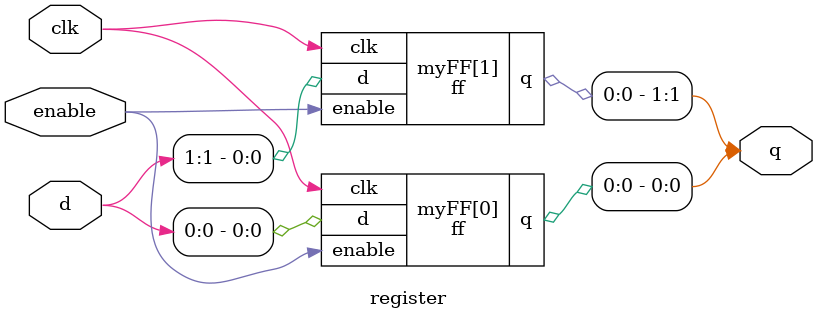
<source format=v>
module yAlu(z, ex, a, b, op);
input [31:0] a, b;
input [2:0] op;
output [31:0] z;
output ex;
wire [31:0] a0, a1, a2, slt;
wire [15:0] z16;
wire [7:0] z8;
wire [3:0] z4;
wire [1:0] z2;
wire z1;
assign slt[31:1] = 0; // not supported
//assign ex = 0;// not supported

yArith cal[31:0](a2, cout, a, b, op[2]);
and Alu_and[31:0](a0, a, b);
or Alu_or[31:0](a1, a, b);

xor Alu_xor(xoro, a[31], b[31]);
yMux1 Alu_slt(slt[0],a[31], a2[31], xoro);

yMux4to1 #(32) select(z, a0, a1, a2, slt, op[1:0]); 

or or16[15:0](z16, z[15:0], z[31:16]);
or or8[7:0](z8, z16[7:0], z16[15:8]);
or or4[3:0](z4, z8[3:0], z8[7:4]);
or or2[1:0](z2, z4[1:0], z4[3:2]);
or or1(z1, z2[1], z2[0]);
not mynot(ex, z1);
endmodule

//
module yArith(z, cout, a, b, ctr1);
output [31:0] z;
output cout;
input [31:0] a, b;
input ctr1;
wire [31:0] xorB, tmp;
wire cin;

xor my_xor[31:0](xorB, b, ctr1);
yAdder my_adder(z, cout, a, xorB, ctr1);
endmodule

//
module yAdder(z, cout, a, b, cin);
output [31:0] z;
output cout;
input [31:0] a, b;
input cin;
wire [31:0] in, out;
yAdder1 mine[31:0](z, out, a, b, in);
assign in[0] = cin;
assign in[31:1] = out[30:0];
assign cout = out[31];
endmodule

//
module yAdder1(z, cout, a, b, cin);
input a, b, cin;
output cout, z;
xor xor1(or1, a, b);
xor xor2(z, or1, cin);
and and1(and1, a, b);
and and2(and2, or1, cin);
or or1(cout, and1, and2);
endmodule

//
module yMux4to1(z, a0,a1,a2,a3, c);
parameter SIZE = 2;
output [SIZE-1:0] z;
input [SIZE-1:0] a0, a1, a2, a3;
input [1:0] c;
wire [SIZE-1:0] zLo, zHi;
yMux #(SIZE) lo(zLo, a0, a1, c[0]);
yMux #(SIZE) hi(zHi, a2, a3, c[0]);
yMux #(SIZE) final(z, zLo, zHi, c[1]);
endmodule

//
module yMux(z, a, b, c);
parameter SIZE = 2;
output [SIZE-1:0] z;
input [SIZE-1:0] a, b;
input c;
yMux1 mine[SIZE-1:0](z, a, b, c);
endmodule
//
module yMux1(z, a, b, c);
output z;
input a, b, c;
wire notC, upper, lower;
not my_not(notC, c);
and upperAnd(upper, a, notC);
and lowerAnd(lower, c, b);
or sd(z, upper, lower);
endmodule

//yIF

module yIF(ins, PC, PCp4, PCin, clk);
output [31:0] ins, PC, PCp4;
input [31:0] PCin;
input clk;
wire zero;
wire read, write, enable;
wire [31:0] a, memIn;
wire [2:0] op;
register #(32) pcReg(PC, PCin, clk, enable);
mem insMem(ins, PC, memIn, clk, read, write);
yAlu myAlu(PCp4, zero, a, PC, op);
assign enable = 1'b1;
assign a = 32'h0004;
assign op = 3'b010;
assign read = 1'b1;
assign write = 1'b0;
endmodule

//yID

module yID(rd1, rd2, immOut, jTarget, branch, ins, wd, RegWrite, clk);
output [31:0] rd1, rd2, immOut;
output [31:0] jTarget;
output [31:0] branch;
input [31:0] ins, wd;
input RegWrite, clk;
wire [19:0] zeros, ones; // For I-Type and SB-Type
wire [11:0] zerosj, onesj; // For UJ-Type
wire [31:0] imm, saveImm; // For S-Type
rf myRF(rd1, rd2, ins[19:15], ins[24:20], ins[11:7], wd, clk, RegWrite);
assign imm[11:0] = ins[31:20];
assign zeros = 20'h00000;
assign ones = 20'hFFFFF;
yMux #(20) se(imm[31:12], zeros, ones, ins[31]);
assign saveImm[11:5] = ins[31:25];
assign saveImm[4:0] = ins[11:7];
yMux #(20) saveImmSe(saveImm[31:12], zeros, ones, ins[31]);
yMux #(32) immSelection(immOut, imm, saveImm, ins[5]);
assign branch[11] = ins[31];
assign branch[10] = ins[7];
assign branch[9:4] = ins[30:25];
assign branch[3:0] = ins[11:8];
yMux #(20) bra(branch[31:12], zeros, ones, ins[31]);
assign zerosj = 12'h000;
assign onesj = 12'hFFF;
assign jTarget[19] = ins[31];
assign jTarget[18:11] = ins[19:12];
assign jTarget[10] = ins[20];
assign jTarget[9:0] = ins[30:21];
yMux #(12) jum(jTarget[31:20], zerosj, onesj, jTarget[19]);
endmodule

// yEX
module yEX(z, zero, rd1, rd2, imm, op, ALUSrc);
output [31:0] z;
output zero;
input [31:0] rd1, rd2, imm;
input [2:0] op;
input ALUSrc;
wire [31:0] b;

yMux #(32) mymux(b, rd2, imm, ALUSrc);
yAlu myalu(z, zero, rd1, b, op);

endmodule

// yDM
module yDM(memOut, exeOut, rd2, clk, MemRead, MemWrite);
output [31:0] memOut;
input [31:0] exeOut, rd2;
input clk, MemRead, MemWrite;
// instantiate the circuit (only one line)
mem mymem(memOut, exeOut, rd2, clk, MemRead, MemWrite);
endmodule

// yWB
module yWB(wb, exeOut, memOut, Mem2Reg);
output [31:0] wb;
input [31:0] exeOut, memOut;
input Mem2Reg;
// instantiate the circuit (only one line)
yMux #(32) mymux(wb, exeOut, memOut, Mem2Reg);
endmodule

// yPC
module yPC(PCin,PC,PCp4,INT,entryPoint,branchImm,jImm,zero, isbranch,isjump);
output [31:0] PCin;
input [31:0] PC, PCp4, entryPoint, branchImm;
input [31:0] jImm;
input INT, zero, isbranch, isjump;
wire [31:0] branchImmX4, jImmX4, jImmX4PPCp4, bTarget, choiceA, choiceB;
wire doBranch, zf;
// Shifting left branchImm twice
assign branchImmX4[31:2] = branchImm[29:0];
assign branchImmX4[1:0] = 2'b00;
// Shifting left jump twice
assign jImmX4[31:2] = jImm[29:0];
assign jImmX4[1:0] = 2'b00;
// adding PC to shifted twice, branchImm
yAlu bALU(bTarget, zf, PC, branchImmX4, 3'b010);
// adding PC to shifted twice, jImm
yAlu jALU(jImmX4PPCp4, zf, PC, jImmX4, 3'b010);
// deciding to do branch
and (doBranch, isbranch, zero);
yMux #(32) mux1(choiceA, PCp4, bTarget, doBranch);
yMux #(32) mux2(choiceB, choiceA, jImmX4PPCp4, isjump);
yMux #(32) mux3(PCin, choiceB, entryPoint, INT);

endmodule


//yC1
module yC1(isStype, isRtype, isItype, isLw, isjump, isbranch, opCode);
output isStype, isRtype, isItype, isLw, isjump, isbranch;
input [6:0] opCode;
wire lwor, ISselect, JBselect, sbz, sz;
// opCode
// lw      0000011
// I-Type  0010011
// R-Type  0110011
// SB-Type 1100011
// UJ-Type 1101111
// S-Type  0100011

// Detect  UJ-type
assign isjump=opCode[2];
// Detect lw
or (lwor, opCode[6], opCode[5], opCode[4], opCode[3], opCode[2]);
not (isLw, lwor);
// Select between S-Type and I-Type
xor (ISselect, opCode[2], opCode[3], opCode[4], opCode[5], opCode[6]);
and (isStype, ISselect, opCode[5]);
and (isItype, ISselect, opCode[4]);
// Detect R-Type
and (isRtype, opCode[5], opCode[4]);
// Select between JAL and Branch
and (JBselect, opCode[5], opCode[6]);
not (sbz, opCode[2]);
and (isbranch, JBselect, sbz);
endmodule

// yC2
module yC2(RegWrite, ALUSrc, MemRead, MemWrite, Mem2Reg, isStype, isRtype, isItype, isLw, isjump, isbranch);
output RegWrite, ALUSrc, MemRead, MemWrite, Mem2Reg;
input isStype, isRtype, isItype, isLw, isjump, isbranch;
// You need two or gates and 3 assignments;
or (RegWrite, isRtype, isjump, isItype, isLw);
or (ALUSrc, isjump, isStype, isItype, isLw);
assign MemWrite = isStype;
assign MemRead = isLw;
assign Mem2Reg = isLw;
endmodule

// yC3
module yC3(ALUop, isRtype, isbranch);
output [1:0] ALUop;
input isRtype, isbranch;
// build the circuit
// Hint: you can do it in only 2 lines
assign ALUop[0] = isbranch;
assign ALUop[1] = isRtype;
endmodule

// yC4
module yC4(op, ALUop, funct3);
output [2:0] op;
input [2:0] funct3;
input [1:0] ALUop;
// instantiate and connect
xor (xor1, funct3[2], funct3[1]);
xor (xor2, funct3[0], funct3[1]);
and (and1, xor1, ALUop[1]);
and (op[0], xor2, ALUop[1]);
not (or2in1, funct3[1]);
not (or2in2, ALUop[1]);
or  (op[2], ALUop[0], and1);
or  (op[1], or2in1, or2in2);
endmodule

// yChip
module yChip(ins, rd2, wb, entryPoint, INT, clk);
output [31:0] ins, rd2, wb;
input [31:0] entryPoint;
input INT, clk;

wire [2:0] op, funct3;
wire [31:0] wd, rd1, imm, PCp4, z, branch, memOut, PC;
wire [31:0] jTarget, PCin;
wire zero, isStype, isRtype, isItype, isLw, isbranch, isjump, RegWrite, ALUSrc, Mem2Reg, MemRead, MemWrite;
wire [6:0] opCode;
wire [1:0] ALUop;

assign opCode = ins[6:0];
assign funct3 = ins[14:12];
yC1 myC1(isStype, isRtype, isItype, isLw, isjump, isbranch, opCode);
yC2 myC2(RegWrite, ALUSrc, MemRead, MemWrite, Mem2Reg, isStype, isRtype, isItype, isLw, isjump, isbranch);
yC3 myC3(ALUop, isRtype, isbranch);
yC4 myC4(op, ALUop, funct3);

yPC myPC(PCin,PC,PCp4,INT,entryPoint,branch, jTarget, zero, isbranch, isjump);
yIF myIF(ins,PC, PCp4, PCin, clk);
yID myID(rd1, rd2, imm, jTarget, branch, ins, wd, RegWrite, clk);
yEX myEx(z, zero, rd1, rd2, imm, op, ALUSrc);
yDM myDM(memOut, z, rd2, clk, MemRead, MemWrite);
yWB myWB(wb, z, memOut, Mem2Reg);
assign wd = wb;

endmodule

//rf
module rf(RD1,RD2, RN1,RN2, WN,WD, clk, W);
/****************************
Behavioral register file
Written by H. Roumani, 2009
****************************/
parameter DEBUG = 0;

input clk, W;
input [4:0] RN1, RN2, WN;
input [31:0] WD;
output [31:0] RD1, RD2;

reg [31:0] RD1, RD2;
reg [31:0] arr [1:31];

always @(RN1 or arr[RN1])
	if (RN1 == 0)
		RD1 = 0;
	else
	begin
		RD1 = arr[RN1];
		if (DEBUG != 0) $display("RF: read %0dd from reg#%0d", RD1, RN1);
	end

always @(RN2 or arr[RN2])
	if (RN2 == 0)
		RD2 = 0;
	else
	begin
		RD2 = arr[RN2];
		if (DEBUG != 0) $display("RF: read %0dd from reg#%0d", RD2, RN2);
	end
		

always @(posedge clk) 
	if (W == 1 && WN != 0)
	begin
		arr[WN] = WD;
		if (DEBUG != 0) $display("RF: wrote %0dd to reg#%0d", WD, WN);
	end

endmodule



//ff
module ff(q, d, clk, enable);
/****************************
An Edge-Triggerred Flip-flop 
Written by H. Roumani, 2008.
****************************/
output q;
input d, clk, enable;
reg q;

always @ (posedge clk)
  if (enable) q <= d; 

endmodule

module mem(memOut, address, memIn, clk, read, write);
/****************************
Behavioral Memory Unit.
Written by H. Roumani, 2009.
****************************/

parameter DEBUG = 0;

parameter CAPACITY = 16'hffff;
input clk, read, write;
input [31:0] address, memIn;
output [31:0] memOut;
reg [31:0] memOut;
reg [31:0] arr [0:CAPACITY];
reg fresh = 1;

always @(read or address or arr[address])
begin
	if (fresh == 1)
	begin
		fresh = 0;
		$readmemh("ram.dat", arr);
	end

	if (read == 1)
	begin
		if (address[1:0] != 2'b00)
		begin
			//$display("Unaligned Load Address %d", address); 
			memOut = 32'hxxxxxxxx;
		end
		else if (address > CAPACITY)
		begin
			//$display("Address %h out of range %d", address, CAPACITY);
			memOut = 32'hxxxxxxxx;
		end
		else
		begin
			memOut = arr[address];
		end
	end
end

always @(posedge clk)
begin
	if (write == 1)
	begin
		if (address[1:0] != 2'b00)
		begin
			//$display("Unaligned Store Address %d", address);
		end
		else if (address > CAPACITY)
		begin
			$display("Address %d out of range %d", address, CAPACITY);
		end
		else
		begin
			arr[address] <= memIn;
			if (DEBUG != 0) $display("MEM: wrote %0dd at address %0dd", memIn, address);
		end
	end
end

endmodule

module register(q, d, clk, enable);
/****************************
An Edge-Triggerred Register.
Written by H. Roumani, 2008.
****************************/

parameter SIZE = 2;
output [SIZE-1:0] q;
input [SIZE-1:0] d;
input clk, enable;

ff myFF[SIZE-1:0](q, d, clk, enable);

endmodule


</source>
